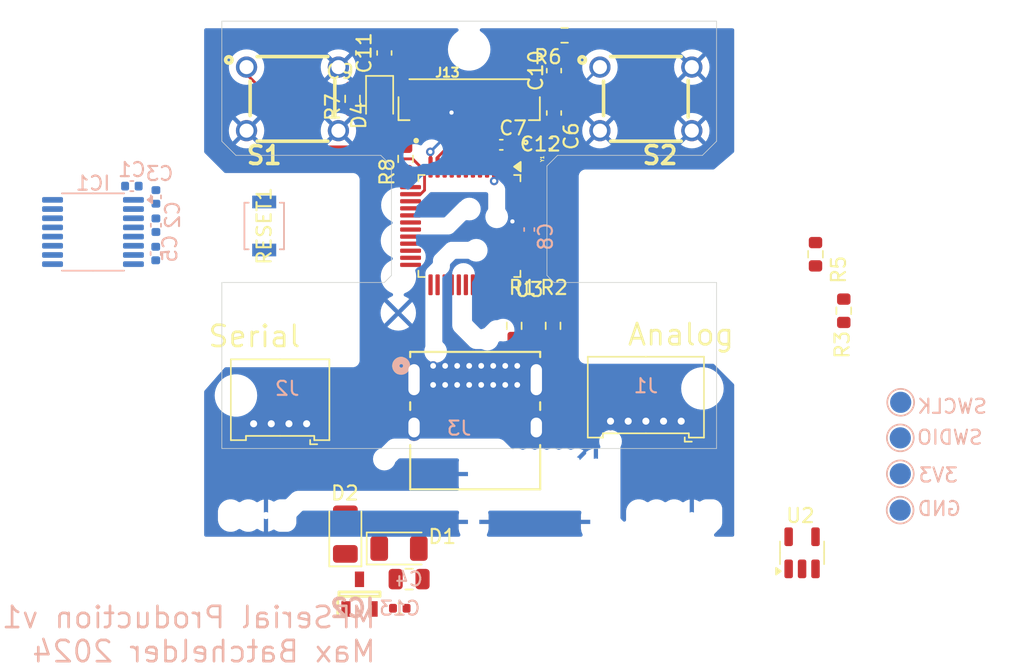
<source format=kicad_pcb>
(kicad_pcb (version 20240108) (generator "pcbnew") (generator_version "8.0")
  (layers (0 "F.Cu" signal) (31 "B.Cu" signal) (34 "B.Paste" user) (35 "F.Paste" user) (36 "B.SilkS" user "B.Silkscreen") (37 "F.SilkS" user "F.Silkscreen") (38 "B.Mask" user) (39 "F.Mask" user) (44 "Edge.Cuts" user))
  (net 0 "")
  (net 1 "/Net-(IC1-C1-)")
  (net 2 "/Net-(IC1-C1+)")
  (net 3 "/Net-(IC1-C2+)")
  (net 4 "/Net-(IC1-C2-)")
  (net 5 "GND")
  (net 6 "/Net-(IC1-V+)")
  (net 7 "VIN")
  (net 8 "/Net-(IC1-V-)")
  (net 9 "Net-(U3-PA00)")
  (net 10 "Net-(U3-PA01)")
  (net 11 "Net-(U3-VDDCORE)")
  (net 12 "Net-(C9-Pad2)")
  (net 13 "Net-(C10-Pad2)")
  (net 14 "Net-(C10-Pad1)")
  (net 15 "Net-(C11-Pad1)")
  (net 16 "Net-(C12-Pad1)")
  (net 17 "Net-(C12-Pad2)")
  (net 18 "+3V3")
  (net 19 "VUSB")
  (net 20 "+24V")
  (net 22 "Net-(D4-A)")
  (net 23 "SWDIO")
  (net 24 "SWCLK")
  (net 25 "/Net-(J8-CC1)")
  (net 26 "/Net-(J8-CC2)")
  (net 27 "ZOOM")
  (net 28 "ZSIG")
  (net 29 "SETLED")
  (net 30 "Net-(J13-Pad4)")
  (net 33 "ZREF")
  (net 34 "TOUT1")
  (net 35 "RIN1")
  (net 36 "ROUT1")
  (net 37 "TIN1")
  (net 38 "RUN")
  (net 39 "D-")
  (net 40 "D+")
  (net 43 "SCK")
  (net 44 "OLED_CS")
  (net 45 "OLED_DC")
  (net 46 "MOSI")
  (net 47 "RST")
  (net 48 "SETBTN")
  (net 49 "SOFTBTN")
  (net 55 "RXD")
  (net 57 "TXD")
  (net 58 "SCL")
  (net 59 "RXLED")
  (net 62 "OLED_RST")
  (net 64 "MISO")
  (net 65 "SDA")
  (footprint "Diode_SMD:D_1206_3216Metric" (layer "F.Cu") (at 101.535649 101.829473)
    (property "Reference" "D1" (at 3.058107 -0.83633 0) (layer "F.SilkS"))
    (property "Value" "D_Schottky")
    (pad "1" smd roundrect (at -1.4 0) (size 1.25 1.75) (layers "F.Cu" "F.Paste" "F.Mask") (roundrect_rratio 0.2) (net 7 "VIN"))
    (pad "2" smd roundrect (at 1.4 0) (size 1.25 1.75) (layers "F.Cu" "F.Paste" "F.Mask") (roundrect_rratio 0.2) (net 19 "VUSB"))
  )
  (footprint "Capacitor_SMD:C_0603_1608Metric" (layer "F.Cu") (at 112.5 68 90)
    (property "Reference" "C10" (at 0 -1.292039 270) (layer "F.SilkS"))
    (property "Value" "1uF")
    (pad "1" smd roundrect (at -0.775 0 90) (size 0.9 0.95) (layers "F.Cu" "F.Paste" "F.Mask") (net 14 "Net-(C10-Pad1)"))
    (pad "2" smd roundrect (at 0.775 0 90) (size 0.9 0.95) (layers "F.Cu" "F.Paste" "F.Mask") (net 13 "Net-(C10-Pad2)"))
  )
  (footprint "Connector_Molex:Molex_PicoBlade_53048-0510_1x05_P1.25mm_Horizontal" (layer "F.Cu") (at 121.5 92.817565 180)
    (property "Reference" "J1" (at 2.5 2.5 180) (layer "B.SilkS") (effects (justify mirror)))
    (property "Value" "530480510")
    (pad "1" thru_hole roundrect (at 0 0 180) (size 0.8 1.3) (drill 0.5) (layers "*.Cu" "*.Mask") (net 20 "+24V"))
    (pad "2" thru_hole oval (at 1.25 0 180) (size 0.8 1.3) (drill 0.5) (layers "*.Cu" "*.Mask") (net 5 "GND"))
    (pad "3" thru_hole oval (at 2.5 0 180) (size 0.8 1.3) (drill 0.5) (layers "*.Cu" "*.Mask") (net 33 "ZREF"))
    (pad "4" thru_hole oval (at 3.75 0 180) (size 0.8 1.3) (drill 0.5) (layers "*.Cu" "*.Mask") (net 27 "ZOOM"))
    (pad "5" thru_hole oval (at 5 0 180) (size 0.8 1.3) (drill 0.5) (layers "*.Cu" "*.Mask") (net 38 "RUN"))
  )
  (footprint "Capacitor_SMD:C_0402_1005Metric" (layer "F.Cu") (at 108.77 73.25)
    (property "Reference" "C7" (at 0.831136 -1.185539 360) (layer "F.SilkS"))
    (property "Value" "22pF")
    (pad "1" smd roundrect (at -0.48 0) (size 0.56 0.62) (layers "F.Cu" "F.Paste" "F.Mask") (net 5 "GND"))
    (pad "2" smd roundrect (at 0.48 0) (size 0.56 0.62) (layers "F.Cu" "F.Paste" "F.Mask") (net 10 "Net-(U3-PA01)"))
  )
  (footprint "USB4085_GF_A:CONN16_USB4085-GF-A_GCT" (layer "F.Cu") (at 103.95 88.9)
    (property "Reference" "J3" (at 1.835556 4.417565 0) (layer "B.SilkS") (effects (justify mirror)))
    (property "Value" "USB4085-GF-A_REVB")
    (pad "A1" thru_hole circle (at 0 0) (size 0.6604 0.6604) (drill 0.4064) (layers "*.Cu" "*.Mask") (net 5 "GND"))
    (pad "A4" thru_hole circle (at 0.850001 0) (size 0.6604 0.6604) (drill 0.4064) (layers "*.Cu" "*.Mask") (net 19 "VUSB"))
    (pad "A5" thru_hole circle (at 1.699999 0) (size 0.6604 0.6604) (drill 0.4064) (layers "*.Cu" "*.Mask") (net 25 "/Net-(J8-CC1)"))
    (pad "A6" thru_hole circle (at 2.55 0) (size 0.6604 0.6604) (drill 0.4064) (layers "*.Cu" "*.Mask") (net 40 "D+"))
    (pad "A7" thru_hole circle (at 3.400001 0) (size 0.6604 0.6604) (drill 0.4064) (layers "*.Cu" "*.Mask") (net 39 "D-"))
    (pad "A8" thru_hole circle (at 4.250002 0) (size 0.6604 0.6604) (drill 0.4064) (layers "*.Cu" "*.Mask"))
    (pad "A9" thru_hole circle (at 5.1 0) (size 0.6604 0.6604) (drill 0.4064) (layers "*.Cu" "*.Mask") (net 19 "VUSB"))
    (pad "A12" thru_hole circle (at 5.950001 0) (size 0.6604 0.6604) (drill 0.4064) (layers "*.Cu" "*.Mask") (net 5 "GND"))
    (pad "B1" thru_hole circle (at 5.950001 1.35) (size 0.6604 0.6604) (drill 0.4064) (layers "*.Cu" "*.Mask") (net 5 "GND"))
    (pad "B4" thru_hole circle (at 5.1 1.35) (size 0.6604 0.6604) (drill 0.4064) (layers "*.Cu" "*.Mask") (net 19 "VUSB"))
    (pad "B5" thru_hole circle (at 4.250002 1.35) (size 0.6604 0.6604) (drill 0.4064) (layers "*.Cu" "*.Mask") (net 26 "/Net-(J8-CC2)"))
    (pad "B6" thru_hole circle (at 3.400001 1.35) (size 0.6604 0.6604) (drill 0.4064) (layers "*.Cu" "*.Mask") (net 40 "D+"))
    (pad "B7" thru_hole circle (at 2.55 1.35) (size 0.6604 0.6604) (drill 0.4064) (layers "*.Cu" "*.Mask") (net 39 "D-"))
    (pad "B8" thru_hole circle (at 1.699999 1.35) (size 0.6604 0.6604) (drill 0.4064) (layers "*.Cu" "*.Mask"))
    (pad "B9" thru_hole circle (at 0.850001 1.35) (size 0.6604 0.6604) (drill 0.4064) (layers "*.Cu" "*.Mask") (net 19 "VUSB"))
    (pad "B12" thru_hole circle (at 0 1.35) (size 0.6604 0.6604) (drill 0.4064) (layers "*.Cu" "*.Mask") (net 5 "GND"))
    (pad "S1" thru_hole oval (at -1.35 0.980001 90) (size 2.6162 1.1176) (drill oval 2.2 0.8) (layers "*.Cu" "*.Mask") (net 5 "GND"))
    (pad "S2" thru_hole oval (at 7.299985 0.98 90) (size 2.6162 1.1176) (drill oval 2.2 0.8) (layers "*.Cu" "*.Mask") (net 5 "GND"))
    (pad "S3" thru_hole oval (at -1.349985 4.365 90) (size 1.905 1.1176) (drill oval 1.4 0.8) (layers "*.Cu" "*.Mask") (net 5 "GND"))
    (pad "S4" thru_hole oval (at 7.299985 4.365 90) (size 1.905 1.1176) (drill oval 1.4 0.8) (layers "*.Cu" "*.Mask") (net 5 "GND"))
  )
  (footprint "Resistor_SMD:R_0603_1608Metric" (layer "F.Cu") (at 109.685555 86.067565 -90)
    (property "Reference" "R1" (at -2.708497 -0.590515 180) (layer "F.SilkS"))
    (property "Value" "5K1")
    (pad "1" smd roundrect (at -0.825 0 270) (size 0.8 0.95) (layers "F.Cu" "F.Paste" "F.Mask") (net 5 "GND"))
    (pad "2" smd roundrect (at 0.825 0 270) (size 0.8 0.95) (layers "F.Cu" "F.Paste" "F.Mask") (net 25 "/Net-(J8-CC1)"))
  )
  (footprint "Resistor_SMD:R_0603_1608Metric" (layer "F.Cu") (at 102 74.25 90)
    (property "Reference" "R8" (at -0.920398 -1.311257 270) (layer "F.SilkS"))
    (property "Value" "65")
    (pad "1" smd roundrect (at -0.825 0 90) (size 0.8 0.95) (layers "F.Cu" "F.Paste" "F.Mask") (net 29 "SETLED"))
    (pad "2" smd roundrect (at 0.825 0 90) (size 0.8 0.95) (layers "F.Cu" "F.Paste" "F.Mask") (net 22 "Net-(D4-A)"))
  )
  (footprint "Connector_Molex:Molex_PicoBlade_53048-0410_1x04_P1.25mm_Horizontal" (layer "F.Cu") (at 95 93 180)
    (property "Reference" "J2" (at 1.375 2.5 180) (layer "B.SilkS") (effects (justify mirror)))
    (property "Value" "530480410")
    (pad "1" thru_hole roundrect (at 0 0 180) (size 0.8 1.3) (drill 0.5) (layers "*.Cu" "*.Mask") (net 20 "+24V"))
    (pad "2" thru_hole oval (at 1.25 0 180) (size 0.8 1.3) (drill 0.5) (layers "*.Cu" "*.Mask") (net 5 "GND"))
    (pad "3" thru_hole oval (at 2.5 0 180) (size 0.8 1.3) (drill 0.5) (layers "*.Cu" "*.Mask") (net 35 "RIN1"))
    (pad "4" thru_hole oval (at 3.75 0 180) (size 0.8 1.3) (drill 0.5) (layers "*.Cu" "*.Mask") (net 34 "TOUT1"))
  )
  (footprint "Resistor_SMD:R_0603_1608Metric" (layer "F.Cu") (at 98.25 70 -90)
    (property "Reference" "R7" (at 0.584636 1.405663 90) (layer "F.SilkS"))
    (property "Value" "680K")
    (pad "1" smd roundrect (at -0.825 0 270) (size 0.8 0.95) (layers "F.Cu" "F.Paste" "F.Mask") (net 5 "GND"))
    (pad "2" smd roundrect (at 0.825 0 270) (size 0.8 0.95) (layers "F.Cu" "F.Paste" "F.Mask") (net 30 "Net-(J13-Pad4)"))
  )
  (footprint "Resistor_SMD:R_0603_1608Metric" (layer "F.Cu") (at 133 85 90)
    (property "Reference" "R3" (at -2.406907 -0.111606 90) (layer "F.SilkS"))
    (property "Value" "4K7")
    (pad "1" smd roundrect (at -0.825 0 90) (size 0.8 0.95) (layers "F.Cu" "F.Paste" "F.Mask") (net 27 "ZOOM"))
    (pad "2" smd roundrect (at 0.825 0 90) (size 0.8 0.95) (layers "F.Cu" "F.Paste" "F.Mask") (net 28 "ZSIG"))
  )
  (footprint "FH34SRJ_16S_0_5SH_50:HRS_FH34SRJ-16S-0.5SH_50_" (layer "F.Cu") (at 106.5 70.406454 180)
    (property "Reference" "J13" (at 1.539001 2.269361 0) (layer "F.SilkS") (effects (font (size 0.64 0.64))))
    (property "Value" "FH34SRJ-16S-0.5SH_50_")
    (pad "1" smd rect (at 3.75 -1.25 180) (size 0.3 0.8) (layers "F.Cu" "F.Mask") (net 5 "GND"))
    (pad "2" smd rect (at 3.25 -1.25 180) (size 0.3 0.8) (layers "F.Cu" "F.Mask") (net 12 "Net-(C9-Pad2)"))
    (pad "3" smd rect (at 2.75 -1.25 180) (size 0.3 0.8) (layers "F.Cu" "F.Mask") (net 15 "Net-(C11-Pad1)"))
    (pad "4" smd rect (at 2.25 -1.25 180) (size 0.3 0.8) (layers "F.Cu" "F.Mask") (net 30 "Net-(J13-Pad4)"))
    (pad "5" smd rect (at 1.75 -1.25 180) (size 0.3 0.8) (layers "F.Cu" "F.Mask") (net 46 "MOSI"))
    (pad "6" smd rect (at 1.25 -1.25 180) (size 0.3 0.8) (layers "F.Cu" "F.Mask") (net 43 "SCK"))
    (pad "7" smd rect (at 0.75 -1.25 180) (size 0.3 0.8) (layers "F.Cu" "F.Mask") (net 45 "OLED_DC"))
    (pad "8" smd rect (at 0.25 -1.25 180) (size 0.3 0.8) (layers "F.Cu" "F.Mask") (net 62 "OLED_RST"))
    (pad "9" smd rect (at -0.25 -1.25 180) (size 0.3 0.8) (layers "F.Cu" "F.Mask") (net 44 "OLED_CS"))
    (pad "10" smd rect (at -0.75 -1.25 180) (size 0.3 0.8) (layers "F.Cu" "F.Mask") (net 18 "+3V3"))
    (pad "11" smd rect (at -1.25 -1.25 180) (size 0.3 0.8) (layers "F.Cu" "F.Mask") (net 5 "GND"))
    (pad "12" smd rect (at -1.75 -1.25 180) (size 0.3 0.8) (layers "F.Cu" "F.Mask") (net 18 "+3V3"))
    (pad "13" smd rect (at -2.25 -1.25 180) (size 0.3 0.8) (layers "F.Cu" "F.Mask") (net 13 "Net-(C10-Pad2)"))
    (pad "14" smd rect (at -2.75 -1.25 180) (size 0.3 0.8) (layers "F.Cu" "F.Mask") (net 14 "Net-(C10-Pad1)"))
    (pad "15" smd rect (at -3.25 -1.25 180) (size 0.3 0.8) (layers "F.Cu" "F.Mask") (net 17 "Net-(C12-Pad2)"))
    (pad "16" smd rect (at -3.75 -1.25 180) (size 0.3 0.8) (layers "F.Cu" "F.Mask") (net 16 "Net-(C12-Pad1)"))
    (pad "S1" smd rect (at 4.75 1.25 180) (size 0.4 0.8) (layers "F.Cu" "F.Paste" "F.Mask") (net 5 "GND"))
    (pad "S2" smd rect (at -4.75 1.25 180) (size 0.4 0.8) (layers "F.Cu" "F.Paste" "F.Mask") (net 5 "GND"))
  )
  (footprint "Resistor_SMD:R_0603_1608Metric" (layer "F.Cu") (at 113.25 65.5 180)
    (property "Reference" "R6" (at 1.179864 -1.521152 0) (layer "F.SilkS"))
    (property "Value" "5K1")
    (pad "1" smd roundrect (at -0.825 0 180) (size 0.8 0.95) (layers "F.Cu" "F.Paste" "F.Mask") (net 5 "GND"))
    (pad "2" smd roundrect (at 0.825 0 180) (size 0.8 0.95) (layers "F.Cu" "F.Paste" "F.Mask") (net 62 "OLED_RST"))
  )
  (footprint "Capacitor_SMD:C_0402_1005Metric" (layer "F.Cu") (at 112.272649 73.157284 180)
    (property "Reference" "C6" (at -1.444793 0.516256 270) (layer "F.SilkS"))
    (property "Value" "22pF")
    (pad "1" smd roundrect (at -0.48 0 180) (size 0.56 0.62) (layers "F.Cu" "F.Paste" "F.Mask") (net 5 "GND"))
    (pad "2" smd roundrect (at 0.48 0 180) (size 0.56 0.62) (layers "F.Cu" "F.Paste" "F.Mask") (net 9 "Net-(U3-PA00)"))
  )
  (footprint "Resistor_SMD:R_0603_1608Metric" (layer "F.Cu") (at 112.435555 86.067565 -90)
    (property "Reference" "R2" (at -2.708497 -0.073302 180) (layer "F.SilkS"))
    (property "Value" "5K1")
    (pad "1" smd roundrect (at -0.825 0 270) (size 0.8 0.95) (layers "F.Cu" "F.Paste" "F.Mask") (net 5 "GND"))
    (pad "2" smd roundrect (at 0.825 0 270) (size 0.8 0.95) (layers "F.Cu" "F.Paste" "F.Mask") (net 26 "/Net-(J8-CC2)"))
  )
  (footprint "Package_QFP:TQFP-48_7x7mm_P0.5mm" (layer "F.Cu") (at 106.515557 79 -90)
    (property "Reference" "U3" (at 4.5 -4.244048 180) (layer "F.SilkS"))
    (property "Value" "ATSAMD21G18A-AUT")
    (pad "1" smd roundrect (at -4.1625 -2.75 270) (size 1.475 0.3) (layers "F.Cu" "F.Paste" "F.Mask") (net 9 "Net-(U3-PA00)"))
    (pad "2" smd roundrect (at -4.1625 -2.25 270) (size 1.475 0.3) (layers "F.Cu" "F.Paste" "F.Mask") (net 10 "Net-(U3-PA01)"))
    (pad "3" smd roundrect (at -4.1625 -1.75 270) (size 1.475 0.3) (layers "F.Cu" "F.Paste" "F.Mask") (net 49 "SOFTBTN"))
    (pad "4" smd roundrect (at -4.1625 -1.25 270) (size 1.475 0.3) (layers "F.Cu" "F.Paste" "F.Mask"))
    (pad "5" smd roundrect (at -4.1625 -0.75 270) (size 1.475 0.3) (layers "F.Cu" "F.Paste" "F.Mask") (net 5 "GND"))
    (pad "6" smd roundrect (at -4.1625 -0.25 270) (size 1.475 0.3) (layers "F.Cu" "F.Paste" "F.Mask") (net 18 "+3V3"))
    (pad "7" smd roundrect (at -4.1625 0.25 270) (size 1.475 0.3) (layers "F.Cu" "F.Paste" "F.Mask") (net 44 "OLED_CS"))
    (pad "8" smd roundrect (at -4.1625 0.75 270) (size 1.475 0.3) (layers "F.Cu" "F.Paste" "F.Mask") (net 62 "OLED_RST"))
    (pad "9" smd roundrect (at -4.1625 1.25 270) (size 1.475 0.3) (layers "F.Cu" "F.Paste" "F.Mask") (net 45 "OLED_DC"))
    (pad "10" smd roundrect (at -4.1625 1.75 270) (size 1.475 0.3) (layers "F.Cu" "F.Paste" "F.Mask"))
    (pad "11" smd roundrect (at -4.1625 2.25 270) (size 1.475 0.3) (layers "F.Cu" "F.Paste" "F.Mask") (net 46 "MOSI"))
    (pad "12" smd roundrect (at -4.1625 2.75 270) (size 1.475 0.3) (layers "F.Cu" "F.Paste" "F.Mask") (net 43 "SCK"))
    (pad "13" smd roundrect (at -2.75 4.1625 270) (size 0.3 1.475) (layers "F.Cu" "F.Paste" "F.Mask") (net 29 "SETLED"))
    (pad "14" smd roundrect (at -2.25 4.1625 270) (size 0.3 1.475) (layers "F.Cu" "F.Paste" "F.Mask") (net 48 "SETBTN"))
    (pad "15" smd roundrect (at -1.75 4.1625 270) (size 0.3 1.475) (layers "F.Cu" "F.Paste" "F.Mask"))
    (pad "16" smd roundrect (at -1.25 4.1625 270) (size 0.3 1.475) (layers "F.Cu" "F.Paste" "F.Mask"))
    (pad "17" smd roundrect (at -0.75 4.1625 270) (size 0.3 1.475) (layers "F.Cu" "F.Paste" "F.Mask") (net 18 "+3V3"))
    (pad "18" smd roundrect (at -0.25 4.1625 270) (size 0.3 1.475) (layers "F.Cu" "F.Paste" "F.Mask") (net 5 "GND"))
    (pad "19" smd roundrect (at 0.25 4.1625 270) (size 0.3 1.475) (layers "F.Cu" "F.Paste" "F.Mask"))
    (pad "20" smd roundrect (at 0.75 4.1625 270) (size 0.3 1.475) (layers "F.Cu" "F.Paste" "F.Mask"))
    (pad "21" smd roundrect (at 1.25 4.1625 270) (size 0.3 1.475) (layers "F.Cu" "F.Paste" "F.Mask") (net 64 "MISO"))
    (pad "22" smd roundrect (at 1.75 4.1625 270) (size 0.3 1.475) (layers "F.Cu" "F.Paste" "F.Mask"))
    (pad "23" smd roundrect (at 2.25 4.1625 270) (size 0.3 1.475) (layers "F.Cu" "F.Paste" "F.Mask"))
    (pad "24" smd roundrect (at 2.75 4.1625 270) (size 0.3 1.475) (layers "F.Cu" "F.Paste" "F.Mask"))
    (pad "25" smd roundrect (at 4.1625 2.75 270) (size 1.475 0.3) (layers "F.Cu" "F.Paste" "F.Mask"))
    (pad "26" smd roundrect (at 4.1625 2.25 270) (size 1.475 0.3) (layers "F.Cu" "F.Paste" "F.Mask"))
    (pad "27" smd roundrect (at 4.1625 1.75 270) (size 1.475 0.3) (layers "F.Cu" "F.Paste" "F.Mask"))
    (pad "28" smd roundrect (at 4.1625 1.25 270) (size 1.475 0.3) (layers "F.Cu" "F.Paste" "F.Mask"))
    (pad "29" smd roundrect (at 4.1625 0.75 270) (size 1.475 0.3) (layers "F.Cu" "F.Paste" "F.Mask") (net 36 "ROUT1"))
    (pad "30" smd roundrect (at 4.1625 0.25 270) (size 1.475 0.3) (layers "F.Cu" "F.Paste" "F.Mask") (net 37 "TIN1"))
    (pad "31" smd roundrect (at 4.1625 -0.25 270) (size 1.475 0.3) (layers "F.Cu" "F.Paste" "F.Mask") (net 65 "SDA"))
    (pad "32" smd roundrect (at 4.1625 -0.75 270) (size 1.475 0.3) (layers "F.Cu" "F.Paste" "F.Mask") (net 58 "SCL"))
    (pad "33" smd roundrect (at 4.1625 -1.25 270) (size 1.475 0.3) (layers "F.Cu" "F.Paste" "F.Mask") (net 39 "D-"))
    (pad "34" smd roundrect (at 4.1625 -1.75 270) (size 1.475 0.3) (layers "F.Cu" "F.Paste" "F.Mask") (net 40 "D+"))
    (pad "35" smd roundrect (at 4.1625 -2.25 270) (size 1.475 0.3) (layers "F.Cu" "F.Paste" "F.Mask") (net 5 "GND"))
    (pad "36" smd roundrect (at 4.1625 -2.75 270) (size 1.475 0.3) (layers "F.Cu" "F.Paste" "F.Mask") (net 18 "+3V3"))
    (pad "37" smd roundrect (at 2.75 -4.1625 270) (size 0.3 1.475) (layers "F.Cu" "F.Paste" "F.Mask") (net 57 "TXD"))
    (pad "38" smd roundrect (at 2.25 -4.1625 270) (size 0.3 1.475) (layers "F.Cu" "F.Paste" "F.Mask") (net 55 "RXD"))
    (pad "39" smd roundrect (at 1.75 -4.1625 270) (size 0.3 1.475) (layers "F.Cu" "F.Paste" "F.Mask") (net 38 "RUN"))
    (pad "40" smd roundrect (at 1.25 -4.1625 270) (size 0.3 1.475) (layers "F.Cu" "F.Paste" "F.Mask") (net 47 "RST"))
    (pad "41" smd roundrect (at 0.75 -4.1625 270) (size 0.3 1.475) (layers "F.Cu" "F.Paste" "F.Mask"))
    (pad "42" smd roundrect (at 0.25 -4.1625 270) (size 0.3 1.475) (layers "F.Cu" "F.Paste" "F.Mask") (net 5 "GND"))
    (pad "43" smd roundrect (at -0.25 -4.1625 270) (size 0.3 1.475) (layers "F.Cu" "F.Paste" "F.Mask") (net 11 "Net-(U3-VDDCORE)"))
    (pad "44" smd roundrect (at -0.75 -4.1625 270) (size 0.3 1.475) (layers "F.Cu" "F.Paste" "F.Mask") (net 18 "+3V3"))
    (pad "45" smd roundrect (at -1.25 -4.1625 270) (size 0.3 1.475) (layers "F.Cu" "F.Paste" "F.Mask") (net 24 "SWCLK"))
    (pad "46" smd roundrect (at -1.75 -4.1625 270) (size 0.3 1.475) (layers "F.Cu" "F.Paste" "F.Mask") (net 23 "SWDIO"))
    (pad "47" smd roundrect (at -2.25 -4.1625 270) (size 0.3 1.475) (layers "F.Cu" "F.Paste" "F.Mask") (net 28 "ZSIG"))
    (pad "48" smd roundrect (at -2.75 -4.1625 270) (size 0.3 1.475) (layers "F.Cu" "F.Paste" "F.Mask") (net 59 "RXLED"))
  )
  (footprint "Capacitor_SMD:C_0603_1608Metric" (layer "F.Cu") (at 100.5 66.75 90)
    (property "Reference" "C11" (at 0 -1.43 -90) (layer "F.SilkS"))
    (property "Value" "10uF")
    (pad "1" smd roundrect (at -0.775 0 90) (size 0.9 0.95) (layers "F.Cu" "F.Paste" "F.Mask") (net 15 "Net-(C11-Pad1)"))
    (pad "2" smd roundrect (at 0.775 0 90) (size 0.9 0.95) (layers "F.Cu" "F.Paste" "F.Mask") (net 5 "GND"))
  )
  (footprint "Package_TO_SOT_SMD:TSOT-23-5" (layer "F.Cu") (at 130.05 102.1375 90)
    (property "Reference" "U2" (at 2.631957 -0.116919 180) (layer "F.SilkS"))
    (property "Value" "ADR02AUJZ-REEL7")
    (pad "1" smd roundrect (at -1.1375 -0.95 90) (size 1.325 0.6) (layers "F.Cu" "F.Paste" "F.Mask"))
    (pad "2" smd roundrect (at -1.1375 0 90) (size 1.325 0.6) (layers "F.Cu" "F.Paste" "F.Mask") (net 5 "GND"))
    (pad "3" smd roundrect (at -1.1375 0.95 90) (size 1.325 0.6) (layers "F.Cu" "F.Paste" "F.Mask") (net 20 "+24V"))
    (pad "4" smd roundrect (at 1.1375 0.95 90) (size 1.325 0.6) (layers "F.Cu" "F.Paste" "F.Mask") (net 33 "ZREF"))
    (pad "5" smd roundrect (at 1.1375 -0.95 90) (size 1.325 0.6) (layers "F.Cu" "F.Paste" "F.Mask"))
  )
  (footprint "FSM10JH:FSM4JH" (layer "F.Cu") (at 94 70)
    (property "Reference" "S1" (at -2 4 0) (layer "F.SilkS") (effects (font (size 1.27 1.27) (thickness 0.254))))
    (property "Value" "FSM12JH" (hide yes))
    (pad "1" thru_hole circle (at -3.25 -2.25) (size 1.5 1.5) (drill 1) (layers "*.Cu" "*.Mask") (net 48 "SETBTN"))
    (pad "2" thru_hole circle (at 3.25 -2.25) (size 1.5 1.5) (drill 1) (layers "*.Cu" "*.Mask") (net 5 "GND"))
    (pad "3" thru_hole circle (at -3.25 2.25) (size 1.5 1.5) (drill 1) (layers "*.Cu" "*.Mask") (net 5 "GND"))
    (pad "4" thru_hole circle (at 3.25 2.25) (size 1.5 1.5) (drill 1) (layers "*.Cu" "*.Mask") (net 5 "GND"))
  )
  (footprint "Diode_SMD:D_1206_3216Metric" (layer "F.Cu") (at 97.740098 100.812607 90)
    (property "Reference" "D2" (at 2.901417 -0.035931 180) (layer "F.SilkS"))
    (property "Value" "D_Schottky")
    (pad "1" smd roundrect (at -1.4 0 90) (size 1.25 1.75) (layers "F.Cu" "F.Paste" "F.Mask") (roundrect_rratio 0.2) (net 7 "VIN"))
    (pad "2" smd roundrect (at 1.4 0 90) (size 1.25 1.75) (layers "F.Cu" "F.Paste" "F.Mask") (roundrect_rratio 0.2) (net 20 "+24V"))
  )
  (footprint "Capacitor_SMD:C_0402_1005Metric" (layer "F.Cu") (at 101.590599 106.062607 180)
    (property "Reference" "C13" (at 0 0 180) (layer "B.SilkS") (effects (justify mirror)))
    (property "Value" "10uF,10V+")
    (pad "1" smd roundrect (at -0.48 0 180) (size 0.56 0.62) (layers "F.Cu" "F.Paste" "F.Mask") (net 5 "GND"))
    (pad "2" smd roundrect (at 0.48 0 180) (size 0.56 0.62) (layers "F.Cu" "F.Paste" "F.Mask") (net 18 "+3V3"))
  )
  (footprint "ECS__327_12_5_1210_TR:XTAL_ECS-.327-12.5-1210-TR" (layer "F.Cu") (at 110.5 74.25 -90)
    (property "Reference" "Y1" (at 0 -1.169102 90) (layer "F.SilkS") (effects (font (size 0.240144 0.240144) (thickness 0.060036))))
    (property "Value" "ECS-.327-12.5-1210-TR")
    (pad "1" smd rect (at -0.4125 0 270) (size 0.575 1.14) (layers "F.Cu" "F.Paste" "F.Mask") (net 10 "Net-(U3-PA01)"))
    (pad "2" smd rect (at 0.4125 0 270) (size 0.575 1.14) (layers "F.Cu" "F.Paste" "F.Mask") (net 9 "Net-(U3-PA00)"))
  )
  (footprint "Capacitor_SMD:C_0603_1608Metric" (layer "F.Cu") (at 99 66.75 -90)
    (property "Reference" "C9" (at 1.317986 1.636383 180) (layer "F.SilkS"))
    (property "Value" "10uF")
    (pad "1" smd roundrect (at -0.775 0 270) (size 0.9 0.95) (layers "F.Cu" "F.Paste" "F.Mask") (net 5 "GND"))
    (pad "2" smd roundrect (at 0.775 0 270) (size 0.9 0.95) (layers "F.Cu" "F.Paste" "F.Mask") (net 12 "Net-(C9-Pad2)"))
  )
  (footprint "Capacitor_SMD:C_0603_1608Metric" (layer "F.Cu") (at 112.5 71 -90)
    (property "Reference" "C12" (at 2.203151 0.962712 180) (layer "F.SilkS"))
    (property "Value" "1uF")
    (pad "1" smd roundrect (at -0.775 0 270) (size 0.9 0.95) (layers "F.Cu" "F.Paste" "F.Mask") (net 16 "Net-(C12-Pad1)"))
    (pad "2" smd roundrect (at 0.775 0 270) (size 0.9 0.95) (layers "F.Cu" "F.Paste" "F.Mask") (net 17 "Net-(C12-Pad2)"))
  )
  (footprint "Capacitor_SMD:C_0805_2012Metric" (layer "F.Cu") (at 102.25 104 180)
    (property "Reference" "C4" (at 0 0 180) (layer "B.SilkS") (effects (justify mirror)))
    (property "Value" "1uF,60V+")
    (pad "1" smd roundrect (at -0.95 0 180) (size 1 1.45) (layers "F.Cu" "F.Paste" "F.Mask") (net 5 "GND"))
    (pad "2" smd roundrect (at 0.95 0 180) (size 1 1.45) (layers "F.Cu" "F.Paste" "F.Mask") (net 7 "VIN"))
  )
  (footprint "AP7375-33SA-7:SOT96P240X110-3N" (layer "F.Cu") (at 98.740098 105.062607 90)
    (property "Reference" "IC2" (at -1 -0.5 180) (layer "B.SilkS") (effects (font (size 1.27 1.27) (thickness 0.254)) (justify mirror)))
    (property "Value" "AP7375-33SA-7" (hide yes))
    (pad "1" smd rect (at -1.05 -0.96 180) (size 0.65 1.1) (layers "F.Cu" "F.Paste" "F.Mask") (net 7 "VIN"))
    (pad "2" smd rect (at -1.05 0.96 180) (size 0.65 1.1) (layers "F.Cu" "F.Paste" "F.Mask") (net 18 "+3V3"))
    (pad "3" smd rect (at 1.05 0 180) (size 0.65 1.1) (layers "F.Cu" "F.Paste" "F.Mask") (net 5 "GND"))
  )
  (footprint "FSM10JH:FSM4JH" (layer "F.Cu") (at 119 70)
    (property "Reference" "S2" (at 1 4 0) (layer "F.SilkS") (effects (font (size 1.27 1.27) (thickness 0.254))))
    (property "Value" "FSM12JH" (hide yes))
    (pad "1" thru_hole circle (at -3.25 -2.25) (size 1.5 1.5) (drill 1) (layers "*.Cu" "*.Mask") (net 49 "SOFTBTN"))
    (pad "2" thru_hole circle (at 3.25 -2.25) (size 1.5 1.5) (drill 1) (layers "*.Cu" "*.Mask") (net 5 "GND"))
    (pad "3" thru_hole circle (at -3.25 2.25) (size 1.5 1.5) (drill 1) (layers "*.Cu" "*.Mask") (net 5 "GND"))
    (pad "4" thru_hole circle (at 3.25 2.25) (size 1.5 1.5) (drill 1) (layers "*.Cu" "*.Mask") (net 5 "GND"))
  )
  (footprint "LED_SMD:LED_0805_2012Metric" (layer "F.Cu") (at 100.164159 70.058038 -90)
    (property "Reference" "D4" (at 1.120265 1.468557 90) (layer "F.SilkS"))
    (property "Value" "LED")
    (pad "1" smd roundrect (at -0.9375 0 270) (size 0.975 1.4) (layers "F.Cu" "F.Paste" "F.Mask") (net 5 "GND"))
    (pad "2" smd roundrect (at 0.9375 0 270) (size 0.975 1.4) (layers "F.Cu" "F.Paste" "F.Mask") (net 22 "Net-(D4-A)"))
  )
  (footprint "Resistor_SMD:R_0603_1608Metric" (layer "F.Cu") (at 131 81 90)
    (property "Reference" "R5" (at -1.092054 1.632177 -90) (layer "F.SilkS"))
    (property "Value" "3K3")
    (pad "1" smd roundrect (at -0.825 0 90) (size 0.8 0.95) (layers "F.Cu" "F.Paste" "F.Mask") (net 28 "ZSIG"))
    (pad "2" smd roundrect (at 0.825 0 90) (size 0.8 0.95) (layers "F.Cu" "F.Paste" "F.Mask") (net 5 "GND"))
  )
  (footprint "Capacitor_SMD:C_0402_1005Metric" (layer "B.Cu") (at 110.75 79.25 -90)
    (property "Reference" "C8" (at 0.497214 -1.148851 90) (layer "B.SilkS") (effects (justify mirror)))
    (property "Value" "1pF")
    (pad "1" smd roundrect (at -0.48 0 270) (size 0.56 0.62) (layers "B.Cu" "B.Paste" "B.Mask") (net 11 "Net-(U3-VDDCORE)"))
    (pad "2" smd roundrect (at 0.48 0 270) (size 0.56 0.62) (layers "B.Cu" "B.Paste" "B.Mask") (net 5 "GND"))
  )
  (footprint "TestPoint:TestPoint_Pad_D1.5mm" (layer "B.Cu") (at 137 94)
    (property "Reference" "SWDIO" (at 3.502661 -0.037831 0) (layer "B.SilkS") (effects (justify mirror)))
    (property "Value" "TestPoint_Pad_D1.5mm")
    (pad "3" smd circle (at 0 0) (size 1.5 1.5) (layers "B.Cu" "B.Mask") (net 23 "SWDIO"))
  )
  (footprint "Capacitor_SMD:C_0402_1005Metric" (layer "B.Cu") (at 84.324985 80.948917 -90)
    (property "Reference" "C5" (at -0.345642 -1.001424 90) (layer "B.SilkS") (effects (justify mirror)))
    (property "Value" "100nF,24V+")
    (pad "1" smd roundrect (at -0.48 0 270) (size 0.56 0.62) (layers "B.Cu" "B.Paste" "B.Mask") (net 8 "/Net-(IC1-V-)"))
    (pad "2" smd roundrect (at 0.48 0 270) (size 0.56 0.62) (layers "B.Cu" "B.Paste" "B.Mask") (net 5 "GND"))
  )
  (footprint "Capacitor_SMD:C_0402_1005Metric" (layer "B.Cu") (at 82.6375 76.175 180)
    (property "Reference" "C1" (at 0 1.16 180) (layer "B.SilkS") (effects (justify mirror)))
    (property "Value" "100nF,24V+")
    (pad "1" smd roundrect (at -0.48 0 180) (size 0.56 0.62) (layers "B.Cu" "B.Paste" "B.Mask") (net 2 "/Net-(IC1-C1+)"))
    (pad "2" smd roundrect (at 0.48 0 180) (size 0.56 0.62) (layers "B.Cu" "B.Paste" "B.Mask") (net 1 "/Net-(IC1-C1-)"))
  )
  (footprint "TestPoint:TestPoint_Pad_D1.5mm" (layer "B.Cu") (at 136.986816 99.115188)
    (property "Reference" "GND" (at 2.769786 -0.105106 0) (layer "B.SilkS") (effects (justify mirror)))
    (property "Value" "TestPoint_Pad_D1.5mm")
    (pad "4" smd circle (at 0 0) (size 1.5 1.5) (layers "B.Cu" "B.Mask") (net 5 "GND"))
  )
  (footprint "Package_SO:TSSOP-16_4.4x5mm_P0.65mm" (layer "B.Cu") (at 79.8875 79.425 180)
    (property "Reference" "IC1" (at 0 3.45 180) (layer "B.SilkS") (effects (justify mirror)))
    (property "Value" "MAX3323EEUE+T")
    (pad "1" smd roundrect (at -2.8625 2.275 180) (size 1.475 0.4) (layers "B.Cu" "B.Paste" "B.Mask") (net 2 "/Net-(IC1-C1+)"))
    (pad "2" smd roundrect (at -2.8625 1.625 180) (size 1.475 0.4) (layers "B.Cu" "B.Paste" "B.Mask") (net 6 "/Net-(IC1-V+)"))
    (pad "3" smd roundrect (at -2.8625 0.975 180) (size 1.475 0.4) (layers "B.Cu" "B.Paste" "B.Mask") (net 1 "/Net-(IC1-C1-)"))
    (pad "4" smd roundrect (at -2.8625 0.325 180) (size 1.475 0.4) (layers "B.Cu" "B.Paste" "B.Mask") (net 3 "/Net-(IC1-C2+)"))
    (pad "5" smd roundrect (at -2.8625 -0.325 180) (size 1.475 0.4) (layers "B.Cu" "B.Paste" "B.Mask") (net 4 "/Net-(IC1-C2-)"))
    (pad "6" smd roundrect (at -2.8625 -0.975 180) (size 1.475 0.4) (layers "B.Cu" "B.Paste" "B.Mask") (net 8 "/Net-(IC1-V-)"))
    (pad "7" smd roundrect (at -2.8625 -1.625 180) (size 1.475 0.4) (layers "B.Cu" "B.Paste" "B.Mask") (net 34 "TOUT1"))
    (pad "8" smd roundrect (at -2.8625 -2.275 180) (size 1.475 0.4) (layers "B.Cu" "B.Paste" "B.Mask") (net 35 "RIN1"))
    (pad "9" smd roundrect (at 2.8625 -2.275 180) (size 1.475 0.4) (layers "B.Cu" "B.Paste" "B.Mask") (net 36 "ROUT1"))
    (pad "10" smd roundrect (at 2.8625 -1.625 180) (size 1.475 0.4) (layers "B.Cu" "B.Paste" "B.Mask") (net 37 "TIN1"))
    (pad "11" smd roundrect (at 2.8625 -0.975 180) (size 1.475 0.4) (layers "B.Cu" "B.Paste" "B.Mask") (net 18 "+3V3"))
    (pad "12" smd roundrect (at 2.8625 -0.325 180) (size 1.475 0.4) (layers "B.Cu" "B.Paste" "B.Mask") (net 18 "+3V3"))
    (pad "13" smd roundrect (at 2.8625 0.325 180) (size 1.475 0.4) (layers "B.Cu" "B.Paste" "B.Mask") (net 18 "+3V3"))
    (pad "14" smd roundrect (at 2.8625 0.975 180) (size 1.475 0.4) (layers "B.Cu" "B.Paste" "B.Mask") (net 18 "+3V3"))
    (pad "15" smd roundrect (at 2.8625 1.625 180) (size 1.475 0.4) (layers "B.Cu" "B.Paste" "B.Mask") (net 5 "GND"))
    (pad "16" smd roundrect (at 2.8625 2.275 180) (size 1.475 0.4) (layers "B.Cu" "B.Paste" "B.Mask") (net 18 "+3V3"))
  )
  (footprint "TestPoint:TestPoint_Pad_D1.5mm" (layer "B.Cu") (at 137 96.544411)
    (property "Reference" "3V3" (at 2.683467 0.088778 180) (layer "B.SilkS") (effects (justify mirror)))
    (property "Value" "TestPoint_Pad_D1.5mm")
    (pad "3" smd circle (at 0 0) (size 1.5 1.5) (layers "B.Cu" "B.Mask") (net 18 "+3V3"))
  )
  (footprint "TestPoint:TestPoint_Pad_D1.5mm" (layer "B.Cu") (at 137.026367 91.481957)
    (property "Reference" "SWCLK" (at 3.644424 0.287745 180) (layer "B.SilkS") (effects (justify mirror)))
    (property "Value" "TestPoint_Pad_D1.5mm")
    (pad "1" smd circle (at 0 0) (size 1.5 1.5) (layers "B.Cu" "B.Mask") (net 24 "SWCLK"))
  )
  (footprint "Capacitor_SMD:C_0402_1005Metric" (layer "B.Cu") (at 84.338169 76.940613 90)
    (property "Reference" "C3" (at 1.649831 0.256809 360) (layer "B.SilkS") (effects (justify mirror)))
    (property "Value" "100nF,24V+")
    (pad "1" smd roundrect (at -0.48 0 90) (size 0.56 0.62) (layers "B.Cu" "B.Paste" "B.Mask") (net 6 "/Net-(IC1-V+)"))
    (pad "2" smd roundrect (at 0.48 0 90) (size 0.56 0.62) (layers "B.Cu" "B.Paste" "B.Mask") (net 5 "GND"))
  )
  (footprint "Capacitor_SMD:C_0402_1005Metric" (layer "B.Cu") (at 84.338169 78.944501 -90)
    (property "Reference" "C2" (at -0.727998 -1.180721 90) (layer "B.SilkS") (effects (justify mirror)))
    (property "Value" "100nF,24V+")
    (pad "1" smd roundrect (at -0.48 0 270) (size 0.56 0.62) (layers "B.Cu" "B.Paste" "B.Mask") (net 3 "/Net-(IC1-C2+)"))
    (pad "2" smd roundrect (at 0.48 0 270) (size 0.56 0.62) (layers "B.Cu" "B.Paste" "B.Mask") (net 4 "/Net-(IC1-C2-)"))
  )
  (footprint "Button_Switch_SMD:SW_SPST_B3U-1000P" (layer "B.Cu") (at 92 79 90)
    (property "Reference" "RESET1" (at 0 0 -90) (layer "F.SilkS"))
    (property "Value" "B3U-1000P")
    (pad "1" smd rect (at -1.7 0 90) (size 0.9 1.7) (layers "B.Cu" "B.Paste" "B.Mask") (net 5 "GND"))
    (pad "2" smd rect (at 1.7 0 90) (size 0.9 1.7) (layers "B.Cu" "B.Paste" "B.Mask") (net 47 "RST"))
  )
  (gr_line (start 101 82.5) (end 101 74.75) (stroke (width 0.05)) (layer "Edge.Cuts"))
  (gr_line (start 89 94.75) (end 89 83) (stroke (width 0.05)) (layer "Edge.Cuts"))
  (gr_line (start 112 74.75) (end 112 82.5) (stroke (width 0.05)) (layer "Edge.Cuts"))
  (gr_line (start 123 74) (end 112.75 74) (stroke (width 0.05)) (layer "Edge.Cuts"))
  (gr_line (start 123 74) (end 124 73) (stroke (width 0.05)) (layer "Edge.Cuts"))
  (gr_line (start 124 94.75) (end 89 94.75) (stroke (width 0.05)) (layer "Edge.Cuts"))
  (gr_line (start 89 73) (end 90 74) (stroke (width 0.05)) (layer "Edge.Cuts"))
  (gr_line (start 112 74.75) (end 112.75 74) (stroke (width 0.05)) (layer "Edge.Cuts"))
  (gr_line (start 112 82.5) (end 112.5 83) (stroke (width 0.05)) (layer "Edge.Cuts"))
  (gr_line (start 89 64.5) (end 124 64.5) (stroke (width 0.05)) (layer "Edge.Cuts"))
  (gr_line (start 100.5 83) (end 101 82.5) (stroke (width 0.05)) (layer "Edge.Cuts"))
  (gr_line (start 100.25 74) (end 90 74) (stroke (width 0.05)) (layer "Edge.Cuts"))
  (gr_line (start 112.5 83) (end 124 83) (stroke (width 0.05)) (layer "Edge.Cuts"))
  (gr_line (start 124 64.5) (end 124 73) (stroke (width 0.05)) (layer "Edge.Cuts"))
  (gr_line (start 100.25 74) (end 101 74.75) (stroke (width 0.05)) (layer "Edge.Cuts"))
  (gr_line (start 89 83) (end 100.5 83) (stroke (width 0.05)) (layer "Edge.Cuts"))
  (gr_line (start 124 83) (end 124 94.75) (stroke (width 0.05)) (layer "Edge.Cuts"))
  (gr_line (start 89 73) (end 89 64.5) (stroke (width 0.05)) (layer "Edge.Cuts"))
  (gr_text "MFSerial Production v1\nMax Batchelder 2024" (at 100 110 0) (layer "B.SilkS") (effects (font (size 1.5 1.5) (thickness 0.1875)) (justify left bottom mirror)))
  (gr_text "Serial" (at 87.93053 87.685886 0) (layer "F.SilkS") (effects (font (size 1.5 1.5) (thickness 0.1875)) (justify left bottom)))
  (gr_text "Analog" (at 117.607448 87.565899 0) (layer "F.SilkS") (effects (font (size 1.5 1.5) (thickness 0.1875)) (justify left bottom)))
  (segment (start 107.265557 72.823805) (end 107.75 72.339362) (width 0.2) (layer "F.Cu") (net 5))
  (segment (start 107.75 72.339362) (end 107.75 71.656454) (width 0.2) (layer "F.Cu") (net 5))
  (segment (start 107.265557 74.8375) (end 107.265557 72.823805) (width 0.2) (layer "F.Cu") (net 5))
  (segment (start 111.3224 73.627533) (end 111.792649 73.157284) (width 0.2) (layer "F.Cu") (net 9))
  (segment (start 111.3224 74.6101) (end 111.3224 73.627533) (width 0.2) (layer "F.Cu") (net 9))
  (segment (start 109.265557 74.8375) (end 110.325 74.8375) (width 0.2) (layer "F.Cu") (net 9))
  (segment (start 110.5 74.6625) (end 111.27 74.6625) (width 0.2) (layer "F.Cu") (net 9))
  (segment (start 111.27 74.6625) (end 111.3224 74.6101) (width 0.2) (layer "F.Cu") (net 9))
  (segment (start 110.325 74.8375) (end 110.5 74.6625) (width 0.2) (layer "F.Cu") (net 9))
  (segment (start 108.765557 74.8375) (end 108.765557 74.100001) (width 0.2) (layer "F.Cu") (net 10))
  (segment (start 109.25 73.25) (end 109.25 73.8375) (width 0.2) (layer "F.Cu") (net 10))
  (segment (start 109.028058 73.8375) (end 109.25 73.8375) (width 0.2) (layer "F.Cu") (net 10))
  (segment (start 108.765557 74.100001) (end 109.028058 73.8375) (width 0.2) (layer "F.Cu") (net 10))
  (segment (start 109.25 73.8375) (end 110.5 73.8375) (width 0.2) (layer "F.Cu") (net 10))
  (segment (start 109.558366 78.674868) (end 109.633498 78.75) (width 0.2) (layer "F.Cu") (net 11))
  (segment (start 109.633498 78.75) (end 110.678057 78.75) (width 0.2) (layer "F.Cu") (net 11))
  (via (at 109.558366 78.674868) (size 0.6) (drill 0.3) (layers "F.Cu" "B.Cu") (net 11))
  (segment (start 110.654868 78.674868) (end 110.75 78.77) (width 0.2) (layer "B.Cu") (net 11))
  (segment (start 109.558366 78.674868) (end 110.654868 78.674868) (width 0.2) (layer "B.Cu") (net 11))
  (segment (start 99 67.525) (end 99.855638 68.380638) (width 0.2) (layer "F.Cu") (net 12))
  (segment (start 101.5 70.25) (end 102.5 70.25) (width 0.2) (layer "F.Cu") (net 12))
  (segment (start 101.25 70) (end 101.5 70.25) (width 0.2) (layer "F.Cu") (net 12))
  (segment (start 100.880638 68.380638) (end 101.25 68.75) (width 0.2) (layer "F.Cu") (net 12))
  (segment (start 102.5 70.25) (end 103.25 71) (width 0.2) (layer "F.Cu") (net 12))
  (segment (start 99.855638 68.380638) (end 100.880638 68.380638) (width 0.2) (layer "F.Cu") (net 12))
  (segment (start 103.25 71) (end 103.25 71.656454) (width 0.2) (layer "F.Cu") (net 12))
  (segment (start 101.25 68.75) (end 101.25 70) (width 0.2) (layer "F.Cu") (net 12))
  (segment (start 112.076654 67.225) (end 112.5 67.225) (width 0.2) (layer "F.Cu") (net 13))
  (segment (start 108.75 70.551654) (end 112.076654 67.225) (width 0.2) (layer "F.Cu") (net 13))
  (segment (start 108.75 71.656454) (end 108.75 70.551654) (width 0.2) (layer "F.Cu") (net 13))
  (segment (start 109.351654 71) (end 110.56862 71) (width 0.2) (layer "F.Cu") (net 14))
  (segment (start 109.25 71.656454) (end 109.25 71.101654) (width 0.2) (layer "F.Cu") (net 14))
  (segment (start 109.25 71.101654) (end 109.351654 71) (width 0.2) (layer "F.Cu") (net 14))
  (segment (start 112.5 69.06862) (end 112.5 68.775) (width 0.2) (layer "F.Cu") (net 14))
  (segment (start 110.56862 71) (end 112.5 69.06862) (width 0.2) (layer "F.Cu") (net 14))
  (segment (start 101.775 67.525) (end 100.5 67.525) (width 0.2) (layer "F.Cu") (net 15))
  (segment (start 103.75 71.656454) (end 103.75 69.5) (width 0.2) (layer "F.Cu") (net 15))
  (segment (start 103.75 69.5) (end 101.775 67.525) (width 0.2) (layer "F.Cu") (net 15))
  (segment (start 112.5 70.5) (end 112.5 70.225) (width 0.2) (layer "F.Cu") (net 16))
  (segment (start 111.343546 71.656454) (end 112.5 70.5) (width 0.2) (layer "F.Cu") (net 16))
  (segment (start 110.25 71.656454) (end 111.343546 71.656454) (width 0.2) (layer "F.Cu") (net 16))
  (segment (start 109.75 71.656454) (end 109.75 72.256454) (width 0.2) (layer "F.Cu") (net 17))
  (segment (start 109.8024 72.308854) (end 111.966146 72.308854) (width 0.2) (layer "F.Cu") (net 17))
  (segment (start 111.966146 72.308854) (end 112.5 71.775) (width 0.2) (layer "F.Cu") (net 17))
  (segment (start 109.75 72.256454) (end 109.8024 72.308854) (width 0.2) (layer "F.Cu") (net 17))
  (segment (start 107.25 72.273676) (end 107.25 71.656454) (width 0.2) (layer "F.Cu") (net 18))
  (segment (start 108.2 70.956454) (end 108.25 71.006454) (width 0.2) (layer "F.Cu") (net 18))
  (segment (start 106.765557 72.758119) (end 107.25 72.273676) (width 0.2) (layer "F.Cu") (net 18))
  (segment (start 106.765557 74.8375) (end 106.765557 72.758119) (width 0.2) (layer "F.Cu") (net 18))
  (segment (start 107.25 71.656454) (end 107.25 71.006454) (width 0.2) (layer "F.Cu") (net 18))
  (segment (start 107.25 71.006454) (end 107.3 70.956454) (width 0.2) (layer "F.Cu") (net 18))
  (segment (start 107.3 70.956454) (end 108.2 70.956454) (width 0.2) (layer "F.Cu") (net 18))
  (segment (start 108.25 71.006454) (end 108.25 71.656454) (width 0.2) (layer "F.Cu") (net 18))
  (segment (start 100.164159 70.995538) (end 100.164159 71.589159) (width 0.2) (layer "F.Cu") (net 22))
  (segment (start 100.164159 71.589159) (end 102 73.425) (width 0.2) (layer "F.Cu") (net 22))
  (segment (start 102 75.896943) (end 102.353057 76.25) (width 0.2) (layer "F.Cu") (net 29))
  (segment (start 102 75.075) (end 102 75.896943) (width 0.2) (layer "F.Cu") (net 29))
  (segment (start 102 72.5) (end 104.006454 72.5) (width 0.2) (layer "F.Cu") (net 30))
  (segment (start 99.075 70) (end 100.577037 70) (width 0.2) (layer "F.Cu") (net 30))
  (segment (start 104.006454 72.5) (end 104.25 72.256454) (width 0.2) (layer "F.Cu") (net 30))
  (segment (start 101.5 72) (end 102 72.5) (width 0.2) (layer "F.Cu") (net 30))
  (segment (start 101.5 70.922963) (end 101.5 72) (width 0.2) (layer "F.Cu") (net 30))
  (segment (start 100.577037 70) (end 101.5 70.922963) (width 0.2) (layer "F.Cu") (net 30))
  (segment (start 104.25 72.256454) (end 104.25 71.656454) (width 0.2) (layer "F.Cu") (net 30))
  (segment (start 98.25 70.825) (end 99.075 70) (width 0.2) (layer "F.Cu") (net 30))
  (segment (start 103.765557 74.8375) (end 103.765557 73.765557) (width 0.2) (layer "F.Cu") (net 43))
  (segment (start 105.25 70.970235) (end 105.250193 70.970042) (width 0.2) (layer "F.Cu") (net 43))
  (segment (start 105.25 71.656454) (end 105.25 70.970235) (width 0.2) (layer "F.Cu") (net 43))
  (segment (start 103.765557 73.765557) (end 103.75 73.75) (width 0.2) (layer "F.Cu") (net 43))
  (via (at 105.250193 70.970042) (size 0.6) (drill 0.3) (layers "F.Cu" "B.Cu") (net 43))
  (via (at 103.75 73.75) (size 0.6) (drill 0.3) (layers "F.Cu" "B.Cu") (net 43))
  (segment (start 103.75 73.75) (end 105.250193 72.249807) (width 0.2) (layer "B.Cu") (net 43))
  (segment (start 105.250193 72.249807) (end 105.250193 70.970042) (width 0.2) (layer "B.Cu") (net 43))
  (segment (start 106.265557 74.8375) (end 106.265557 72.692433) (width 0.2) (layer "F.Cu") (net 44))
  (segment (start 106.75 72.20799) (end 106.75 71.656454) (width 0.2) (layer "F.Cu") (net 44))
  (segment (start 106.265557 72.692433) (end 106.75 72.20799) (width 0.2) (layer "F.Cu") (net 44))
  (segment (start 105.265557 74.8375) (end 105.265557 72.695697) (width 0.2) (layer "F.Cu") (net 45))
  (segment (start 105.265557 72.695697) (end 105.75 72.211254) (width 0.2) (layer "F.Cu") (net 45))
  (segment (start 105.75 72.211254) (end 105.75 71.656454) (width 0.2) (layer "F.Cu") (net 45))
  (segment (start 104.75 73.650465) (end 104.265557 74.134908) (width 0.2) (layer "F.Cu") (net 46))
  (segment (start 104.75 71.656454) (end 104.75 73.650465) (width 0.2) (layer "F.Cu") (net 46))
  (segment (start 104.265557 74.134908) (end 104.265557 74.8375) (width 0.2) (layer "F.Cu") (net 46))
  (segment (start 102.353057 76.75) (end 103.055649 76.75) (width 0.2) (layer "F.Cu") (net 48))
  (segment (start 90.75 68.25) (end 90.75 67.75) (width 0.2) (layer "F.Cu") (net 48))
  (segment (start 103.342957 75.092957) (end 102.5 74.25) (width 0.2) (layer "F.Cu") (net 48))
  (segment (start 103.055649 76.75) (end 103.342957 76.462692) (width 0.2) (layer "F.Cu") (net 48))
  (segment (start 102.5 74.25) (end 101.348528 74.25) (width 0.2) (layer "F.Cu") (net 48))
  (segment (start 100.498528 73.4) (end 95.9 73.4) (width 0.2) (layer "F.Cu") (net 48))
  (segment (start 103.342957 76.462692) (end 103.342957 75.092957) (width 0.2) (layer "F.Cu") (net 48))
  (segment (start 95.9 73.4) (end 90.75 68.25) (width 0.2) (layer "F.Cu") (net 48))
  (segment (start 101.348528 74.25) (end 100.498528 73.4) (width 0.2) (layer "F.Cu") (net 48))
  (segment (start 108.265557 75.812128) (end 108.265943 75.812514) (width 0.2) (layer "F.Cu") (net 49))
  (segment (start 108.265557 74.8375) (end 108.265557 75.812128) (width 0.2) (layer "F.Cu") (net 49))
  (via (at 108.265943 75.812514) (size 0.6) (drill 0.3) (layers "F.Cu" "B.Cu") (net 49))
  (segment (start 108.578457 74.921543) (end 115.75 67.75) (width 0.2) (layer "B.Cu") (net 49))
  (segment (start 108.265943 75.812514) (end 108.578457 75.5) (width 0.2) (layer "B.Cu") (net 49))
  (segment (start 108.578457 75.5) (end 108.578457 74.921543) (width 0.2) (layer "B.Cu") (net 49))
  (segment (start 106.25 72.209622) (end 106.25 71.656454) (width 0.2) (layer "F.Cu") (net 62))
  (segment (start 106.25 71.656454) (end 106.25 71.056454) (width 0.2) (layer "F.Cu") (net 62))
  (segment (start 111.806454 65.5) (end 112.425 65.5) (width 0.2) (layer "F.Cu") (net 62))
  (segment (start 105.765557 72.694065) (end 106.25 72.209622) (width 0.2) (layer "F.Cu") (net 62))
  (segment (start 106.25 71.056454) (end 111.806454 65.5) (width 0.2) (layer "F.Cu") (net 62))
  (segment (start 105.765557 74.8375) (end 105.765557 72.694065) (width 0.2) (layer "F.Cu") (net 62))
  (zone (net 5) (net_name "GND") (layer "B.Cu") (connect_pads (clearance 0.5)) (min_thickness 0.25) (fill yes (thermal_gap 0.5) (thermal_bridge_width 0.3))
    (polygon (pts (xy 85.5 63) (xy 127 63) (xy 127 103.25) (xy 85.5 103.25)))
  )
)
</source>
